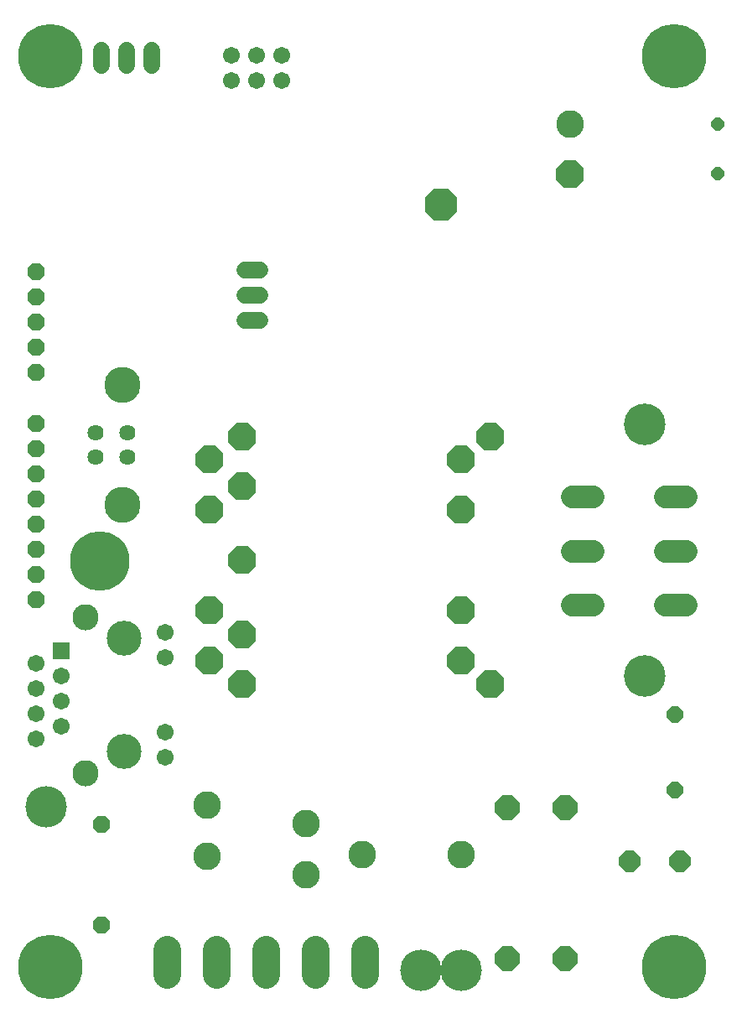
<source format=gbs>
G75*
G70*
%OFA0B0*%
%FSLAX24Y24*%
%IPPOS*%
%LPD*%
%AMOC8*
5,1,8,0,0,1.08239X$1,22.5*
%
%ADD10C,0.1100*%
%ADD11OC8,0.1100*%
%ADD12OC8,0.1299*%
%ADD13C,0.0674*%
%ADD14C,0.1100*%
%ADD15OC8,0.0973*%
%ADD16C,0.0907*%
%ADD17OC8,0.0640*%
%ADD18OC8,0.0840*%
%ADD19C,0.1653*%
%ADD20C,0.0674*%
%ADD21C,0.0640*%
%ADD22C,0.1436*%
%ADD23OC8,0.0674*%
%ADD24R,0.0674X0.0674*%
%ADD25C,0.1039*%
%ADD26C,0.1386*%
%ADD27OC8,0.0680*%
%ADD28C,0.2562*%
%ADD29C,0.1650*%
%ADD30OC8,0.0516*%
%ADD31C,0.2365*%
D10*
X015587Y011426D03*
X015587Y013451D03*
X019524Y012703D03*
X019524Y010678D03*
X021756Y011487D03*
X025693Y011487D03*
X030040Y040528D03*
D11*
X030040Y038528D03*
X026852Y028098D03*
X025681Y027177D03*
X025681Y025177D03*
X025681Y021177D03*
X025681Y019177D03*
X026852Y018256D03*
X017009Y018256D03*
X015681Y019177D03*
X017009Y020224D03*
X015681Y021177D03*
X017009Y023177D03*
X015681Y025177D03*
X017009Y026130D03*
X015681Y027177D03*
X017009Y028098D03*
D12*
X024906Y037302D03*
D13*
X017677Y034702D02*
X017084Y034702D01*
X017084Y033702D02*
X017677Y033702D01*
X017677Y032702D02*
X017084Y032702D01*
X013406Y042855D02*
X013406Y043449D01*
X012406Y043449D02*
X012406Y042855D01*
X011406Y042855D02*
X011406Y043449D01*
D14*
X013985Y007734D02*
X013985Y006734D01*
X015953Y006734D02*
X015953Y007734D01*
X017922Y007734D02*
X017922Y006734D01*
X019890Y006734D02*
X019890Y007734D01*
X021859Y007734D02*
X021859Y006734D01*
D15*
X027535Y007362D03*
X029841Y007362D03*
X029841Y013362D03*
X027535Y013362D03*
D16*
X030093Y021402D02*
X030918Y021402D01*
X030918Y023552D02*
X030093Y023552D01*
X030093Y025702D02*
X030918Y025702D01*
X033793Y025702D02*
X034618Y025702D01*
X034618Y023552D02*
X033793Y023552D01*
X033793Y021402D02*
X034618Y021402D01*
D17*
X034181Y017052D03*
X034181Y014052D03*
D18*
X034381Y011202D03*
X032381Y011202D03*
D19*
X032981Y018577D03*
X032981Y028577D03*
D20*
X018568Y042246D03*
X017568Y042246D03*
X017568Y043246D03*
X018568Y043246D03*
X016568Y043246D03*
X016568Y042246D03*
X013925Y020322D03*
X013925Y019322D03*
X013925Y016342D03*
X013925Y015342D03*
X009807Y016582D03*
X009807Y017582D03*
X009807Y018582D03*
X008807Y019082D03*
X008807Y018082D03*
X008807Y017082D03*
X008807Y016082D03*
D21*
X011170Y027276D03*
X011170Y028260D03*
X012429Y028260D03*
X012429Y027276D03*
D22*
X012233Y025398D03*
X012233Y030138D03*
D23*
X008806Y030652D03*
X008806Y031652D03*
X008806Y032652D03*
X008806Y033652D03*
X008806Y034652D03*
X008806Y028627D03*
X008806Y027627D03*
X008806Y026627D03*
X008806Y025627D03*
X008806Y024627D03*
X008806Y023627D03*
X008806Y022627D03*
X008806Y021627D03*
D24*
X009807Y019582D03*
D25*
X010775Y020932D03*
X010775Y014731D03*
D26*
X012307Y015582D03*
X012307Y020082D03*
D27*
X011406Y012677D03*
X011406Y008677D03*
D28*
X009344Y007002D03*
X034147Y007002D03*
X034147Y043222D03*
X009344Y043222D03*
D29*
X009181Y013377D03*
X024081Y006877D03*
X025681Y006877D03*
D30*
X035881Y038552D03*
X035881Y040527D03*
D31*
X011312Y023144D03*
M02*

</source>
